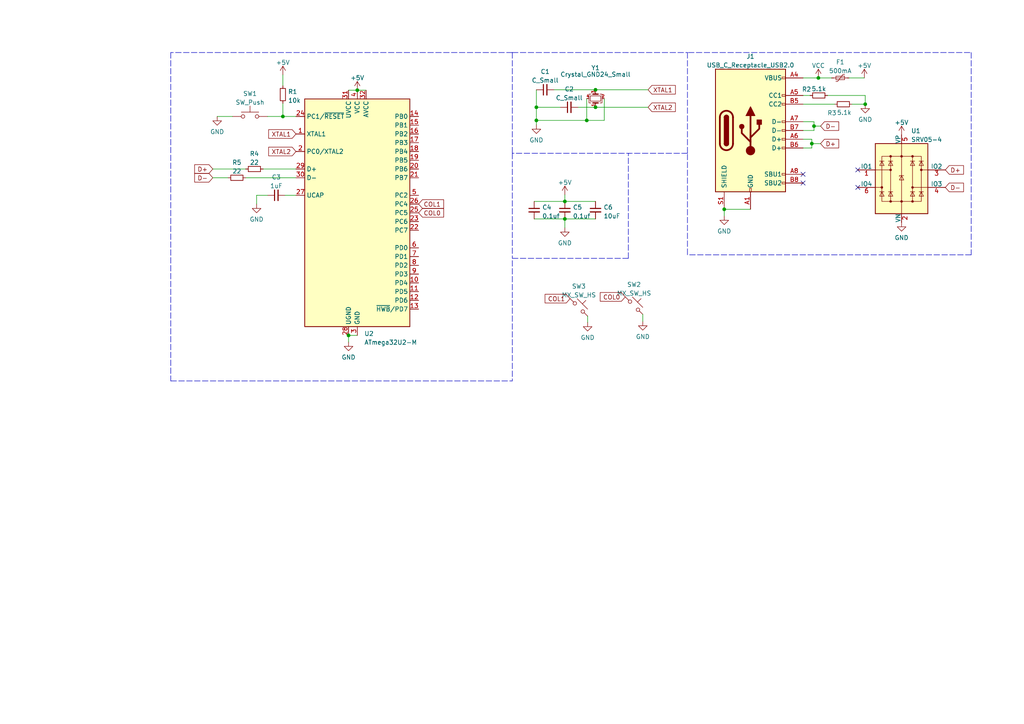
<source format=kicad_sch>
(kicad_sch (version 20211123) (generator eeschema)
  (paper "A4")
  (lib_symbols
    (symbol "Connector:USB_C_Receptacle_USB2.0" (pin_names (offset 1.016))
      (property "Reference" "J" (at -10.16 19.05 0))
      (property "Value" "USB_C_Receptacle_USB2.0" (at 19.05 19.05 0))
      (symbol "USB_C_Receptacle_USB2.0_0_0"
        (rectangle (start -0.254 -17.78) (end 0.254 -16.764))
        (rectangle (start 10.16 -14.986) (end 9.144 -15.494))
        (rectangle (start 10.16 -12.446) (end 9.144 -12.954))
        (rectangle (start 10.16 -4.826) (end 9.144 -5.334))
        (rectangle (start 10.16 -2.286) (end 9.144 -2.794))
        (rectangle (start 10.16 0.254) (end 9.144 -0.254))
        (rectangle (start 10.16 2.794) (end 9.144 2.286))
        (rectangle (start 10.16 7.874) (end 9.144 7.366))
        (rectangle (start 10.16 10.414) (end 9.144 9.906))
        (rectangle (start 10.16 15.494) (end 9.144 14.986))
      )
      (symbol "USB_C_Receptacle_USB2.0_0_1"
        (rectangle (start -10.16 17.78) (end 10.16 -17.78) (stroke (width 0.254)) (fill (type background)))
        (arc (start -8.89 -3.81) (mid -6.985 -5.715) (end -5.08 -3.81) (stroke (width 0.508)))
        (arc (start -7.62 -3.81) (mid -6.985 -4.445) (end -6.35 -3.81) (stroke (width 0.254)))
        (arc (start -7.62 -3.81) (mid -6.985 -4.445) (end -6.35 -3.81) (stroke (width 0.254)) (fill (type outline)))
        (rectangle (start -7.62 -3.81) (end -6.35 3.81) (stroke (width 0.254)) (fill (type outline)))
        (arc (start -6.35 3.81) (mid -6.985 4.445) (end -7.62 3.81) (stroke (width 0.254)))
        (arc (start -6.35 3.81) (mid -6.985 4.445) (end -7.62 3.81) (stroke (width 0.254)) (fill (type outline)))
        (arc (start -5.08 3.81) (mid -6.985 5.715) (end -8.89 3.81) (stroke (width 0.508)))
        (circle (center -2.54 1.143) (radius 0.635) (stroke (width 0.254)) (fill (type outline)))
        (circle (center 0 -5.842) (radius 1.27) (fill (type outline)))
        (polyline (pts (xy -8.89 -3.81) (xy -8.89 3.81)) (stroke (width 0.508)))
        (polyline (pts (xy -5.08 3.81) (xy -5.08 -3.81)) (stroke (width 0.508)))
        (polyline (pts (xy 0 -5.842) (xy 0 4.318)) (stroke (width 0.508)))
        (polyline (pts (xy 0 -3.302) (xy -2.54 -0.762) (xy -2.54 0.508)) (stroke (width 0.508)))
        (polyline (pts (xy 0 -2.032) (xy 2.54 0.508) (xy 2.54 1.778)) (stroke (width 0.508)))
        (polyline (pts (xy -1.27 4.318) (xy 0 6.858) (xy 1.27 4.318) (xy -1.27 4.318)) (stroke (width 0.254)) (fill (type outline)))
        (rectangle (start 1.905 1.778) (end 3.175 3.048) (stroke (width 0.254)) (fill (type outline)))
      )
      (symbol "USB_C_Receptacle_USB2.0_1_1"
        (pin passive line (at 0 -22.86 90) (length 5.08) (name "GND") (number "A1"))
        (pin passive line (at 0 -22.86 90) (length 5.08) hide (name "GND") (number "A12"))
        (pin passive line (at 15.24 15.24 180) (length 5.08) (name "VBUS") (number "A4"))
        (pin bidirectional line (at 15.24 10.16 180) (length 5.08) (name "CC1") (number "A5"))
        (pin bidirectional line (at 15.24 -2.54 180) (length 5.08) (name "D+") (number "A6"))
        (pin bidirectional line (at 15.24 2.54 180) (length 5.08) (name "D-") (number "A7"))
        (pin bidirectional line (at 15.24 -12.7 180) (length 5.08) (name "SBU1") (number "A8"))
        (pin passive line (at 15.24 15.24 180) (length 5.08) hide (name "VBUS") (number "A9"))
        (pin passive line (at 0 -22.86 90) (length 5.08) hide (name "GND") (number "B1"))
        (pin passive line (at 0 -22.86 90) (length 5.08) hide (name "GND") (number "B12"))
        (pin passive line (at 15.24 15.24 180) (length 5.08) hide (name "VBUS") (number "B4"))
        (pin bidirectional line (at 15.24 7.62 180) (length 5.08) (name "CC2") (number "B5"))
        (pin bidirectional line (at 15.24 -5.08 180) (length 5.08) (name "D+") (number "B6"))
        (pin bidirectional line (at 15.24 0 180) (length 5.08) (name "D-") (number "B7"))
        (pin bidirectional line (at 15.24 -15.24 180) (length 5.08) (name "SBU2") (number "B8"))
        (pin passive line (at 15.24 15.24 180) (length 5.08) hide (name "VBUS") (number "B9"))
        (pin passive line (at -7.62 -22.86 90) (length 5.08) (name "SHIELD") (number "S1"))
      )
    )
    (symbol "Device:C_Small" (pin_numbers hide) (pin_names (offset 0.254) hide)
      (property "Reference" "C" (at 0.254 1.778 0))
      (property "Value" "C_Small" (at 0.254 -2.032 0))
      (symbol "C_Small_0_1"
        (polyline (pts (xy -1.524 -0.508) (xy 1.524 -0.508)) (stroke (width 0.3302)))
        (polyline (pts (xy -1.524 0.508) (xy 1.524 0.508)) (stroke (width 0.3048)))
      )
      (symbol "C_Small_1_1"
        (pin passive line (at 0 2.54 270) (length 2.032) (name "~") (number "1"))
        (pin passive line (at 0 -2.54 90) (length 2.032) (name "~") (number "2"))
      )
    )
    (symbol "Device:Crystal_GND24_Small" (pin_names (offset 1.016) hide)
      (property "Reference" "Y" (at 1.27 4.445 0))
      (property "Value" "Crystal_GND24_Small" (at 1.27 2.54 0))
      (symbol "Crystal_GND24_Small_0_1"
        (rectangle (start -0.762 -1.524) (end 0.762 1.524))
        (polyline (pts (xy -1.27 -0.762) (xy -1.27 0.762)) (stroke (width 0.381)))
        (polyline (pts (xy 1.27 -0.762) (xy 1.27 0.762)) (stroke (width 0.381)))
        (polyline (pts (xy -1.27 -1.27) (xy -1.27 -1.905) (xy 1.27 -1.905) (xy 1.27 -1.27)))
        (polyline (pts (xy -1.27 1.27) (xy -1.27 1.905) (xy 1.27 1.905) (xy 1.27 1.27)))
      )
      (symbol "Crystal_GND24_Small_1_1"
        (pin passive line (at -2.54 0 0) (length 1.27) (name "1") (number "1"))
        (pin passive line (at 0 -2.54 90) (length 0.635) (name "2") (number "2"))
        (pin passive line (at 2.54 0 180) (length 1.27) (name "3") (number "3"))
        (pin passive line (at 0 2.54 270) (length 0.635) (name "4") (number "4"))
      )
    )
    (symbol "Device:Polyfuse_Small" (pin_numbers hide) (pin_names (offset 0))
      (property "Reference" "F" (at -1.905 0 90))
      (property "Value" "Polyfuse_Small" (at 1.905 0 90))
      (symbol "Polyfuse_Small_0_1"
        (rectangle (start -0.508 1.27) (end 0.508 -1.27))
        (polyline (pts (xy 0 2.54) (xy 0 -2.54)))
        (polyline (pts (xy -1.016 1.27) (xy -1.016 0.762) (xy 1.016 -0.762) (xy 1.016 -1.27)))
      )
      (symbol "Polyfuse_Small_1_1"
        (pin passive line (at 0 2.54 270) (length 0.635) (name "~") (number "1"))
        (pin passive line (at 0 -2.54 90) (length 0.635) (name "~") (number "2"))
      )
    )
    (symbol "Device:R_Small" (pin_numbers hide) (pin_names (offset 0.254) hide)
      (property "Reference" "R" (at 0.762 0.508 0))
      (property "Value" "R_Small" (at 0.762 -1.016 0))
      (symbol "R_Small_0_1"
        (rectangle (start -0.762 1.778) (end 0.762 -1.778) (stroke (width 0.2032)))
      )
      (symbol "R_Small_1_1"
        (pin passive line (at 0 2.54 270) (length 0.762) (name "~") (number "1"))
        (pin passive line (at 0 -2.54 90) (length 0.762) (name "~") (number "2"))
      )
    )
    (symbol "MCU_Microchip_ATmega:ATmega32U2-M"
      (property "Reference" "U" (at -15.24 34.29 0))
      (property "Value" "ATmega32U2-M" (at 2.54 -34.29 0))
      (symbol "ATmega32U2-M_0_1"
        (rectangle (start -15.24 -33.02) (end 15.24 33.02) (stroke (width 0.254)) (fill (type background)))
      )
      (symbol "ATmega32U2-M_1_1"
        (pin input line (at -17.78 22.86 0) (length 2.54) (name "XTAL1") (number "1"))
        (pin bidirectional line (at 17.78 -20.32 180) (length 2.54) (name "PD4") (number "10"))
        (pin bidirectional line (at 17.78 -22.86 180) (length 2.54) (name "PD5") (number "11"))
        (pin bidirectional line (at 17.78 -25.4 180) (length 2.54) (name "PD6") (number "12"))
        (pin bidirectional line (at 17.78 -27.94 180) (length 2.54) (name "~{HWB}/PD7") (number "13"))
        (pin bidirectional line (at 17.78 27.94 180) (length 2.54) (name "PB0") (number "14"))
        (pin bidirectional line (at 17.78 25.4 180) (length 2.54) (name "PB1") (number "15"))
        (pin bidirectional line (at 17.78 22.86 180) (length 2.54) (name "PB2") (number "16"))
        (pin bidirectional line (at 17.78 20.32 180) (length 2.54) (name "PB3") (number "17"))
        (pin bidirectional line (at 17.78 17.78 180) (length 2.54) (name "PB4") (number "18"))
        (pin bidirectional line (at 17.78 15.24 180) (length 2.54) (name "PB5") (number "19"))
        (pin bidirectional line (at -17.78 17.78 0) (length 2.54) (name "PC0/XTAL2") (number "2"))
        (pin bidirectional line (at 17.78 12.7 180) (length 2.54) (name "PB6") (number "20"))
        (pin bidirectional line (at 17.78 10.16 180) (length 2.54) (name "PB7") (number "21"))
        (pin bidirectional line (at 17.78 -5.08 180) (length 2.54) (name "PC7") (number "22"))
        (pin bidirectional line (at 17.78 -2.54 180) (length 2.54) (name "PC6") (number "23"))
        (pin bidirectional line (at -17.78 27.94 0) (length 2.54) (name "PC1/~{RESET}") (number "24"))
        (pin bidirectional line (at 17.78 0 180) (length 2.54) (name "PC5") (number "25"))
        (pin bidirectional line (at 17.78 2.54 180) (length 2.54) (name "PC4") (number "26"))
        (pin passive line (at -17.78 5.08 0) (length 2.54) (name "UCAP") (number "27"))
        (pin power_in line (at -2.54 -35.56 90) (length 2.54) (name "UGND") (number "28"))
        (pin bidirectional line (at -17.78 12.7 0) (length 2.54) (name "D+") (number "29"))
        (pin power_in line (at 0 -35.56 90) (length 2.54) (name "GND") (number "3"))
        (pin bidirectional line (at -17.78 10.16 0) (length 2.54) (name "D-") (number "30"))
        (pin power_in line (at -2.54 35.56 270) (length 2.54) (name "UVCC") (number "31"))
        (pin power_in line (at 2.54 35.56 270) (length 2.54) (name "AVCC") (number "32"))
        (pin passive line (at 0 -35.56 90) (length 2.54) hide (name "GND") (number "33"))
        (pin power_in line (at 0 35.56 270) (length 2.54) (name "VCC") (number "4"))
        (pin bidirectional line (at 17.78 5.08 180) (length 2.54) (name "PC2") (number "5"))
        (pin bidirectional line (at 17.78 -10.16 180) (length 2.54) (name "PD0") (number "6"))
        (pin bidirectional line (at 17.78 -12.7 180) (length 2.54) (name "PD1") (number "7"))
        (pin bidirectional line (at 17.78 -15.24 180) (length 2.54) (name "PD2") (number "8"))
        (pin bidirectional line (at 17.78 -17.78 180) (length 2.54) (name "PD3") (number "9"))
      )
    )
    (symbol "Switch:SW_Push" (pin_numbers hide) (pin_names (offset 1.016) hide)
      (property "Reference" "SW" (at 1.27 2.54 0))
      (property "Value" "SW_Push" (at 0 -1.524 0))
      (symbol "SW_Push_0_1"
        (circle (center -2.032 0) (radius 0.508))
        (polyline (pts (xy 0 1.27) (xy 0 3.048)))
        (polyline (pts (xy 2.54 1.27) (xy -2.54 1.27)))
        (circle (center 2.032 0) (radius 0.508))
        (pin passive line (at -5.08 0 0) (length 2.54) (name "1") (number "1"))
        (pin passive line (at 5.08 0 180) (length 2.54) (name "2") (number "2"))
      )
    )
    (symbol "marbastlib-mx:MX_SW_HS" (pin_numbers hide) (pin_names (offset 1.016) hide)
      (property "Reference" "SW" (at 3.048 1.016 0))
      (property "Value" "MX_SW_HS" (at 0 -3.81 0))
      (symbol "MX_SW_HS_0_1"
        (circle (center -1.1684 1.1684) (radius 0.508))
        (polyline (pts (xy -0.508 2.54) (xy 2.54 -0.508)))
        (polyline (pts (xy 1.016 1.016) (xy 2.032 2.032)))
        (polyline (pts (xy -2.54 2.54) (xy -1.524 1.524) (xy -1.524 1.524)))
        (polyline (pts (xy 1.524 -1.524) (xy 2.54 -2.54) (xy 2.54 -2.54) (xy 2.54 -2.54)))
        (circle (center 1.143 -1.1938) (radius 0.508))
        (pin passive line (at -2.54 2.54 0) (length 0) (name "1") (number "1"))
        (pin passive line (at 2.54 -2.54 180) (length 0) (name "2") (number "2"))
      )
    )
    (symbol "marbastlib-various:SRV05-4" (pin_names (offset 0))
      (property "Reference" "U" (at -5.08 11.43 0))
      (property "Value" "SRV05-4" (at 2.54 11.43 0))
      (symbol "SRV05-4_0_0"
        (rectangle (start -5.715 6.477) (end 5.715 -6.604))
        (polyline (pts (xy -3.175 -6.604) (xy -3.175 6.477)))
        (polyline (pts (xy 3.175 6.477) (xy 3.175 -6.604)))
      )
      (symbol "SRV05-4_0_1"
        (rectangle (start -7.62 10.16) (end 7.62 -10.16) (stroke (width 0.254)) (fill (type background)))
        (circle (center -5.715 -2.54) (radius 0.2794) (fill (type outline)))
        (circle (center -3.175 -6.604) (radius 0.2794) (fill (type outline)))
        (circle (center -3.175 2.54) (radius 0.2794) (fill (type outline)))
        (circle (center -3.175 6.477) (radius 0.2794) (fill (type outline)))
        (circle (center 0 -6.604) (radius 0.2794) (fill (type outline)))
        (polyline (pts (xy -7.747 2.54) (xy -3.175 2.54)))
        (polyline (pts (xy -7.62 -2.54) (xy -5.715 -2.54)))
        (polyline (pts (xy -5.08 -3.81) (xy -6.35 -3.81)))
        (polyline (pts (xy -5.08 5.08) (xy -6.35 5.08)))
        (polyline (pts (xy -2.54 -3.81) (xy -3.81 -3.81)))
        (polyline (pts (xy -2.54 5.08) (xy -3.81 5.08)))
        (polyline (pts (xy 0 10.16) (xy 0 -10.16)))
        (polyline (pts (xy 3.81 -3.81) (xy 2.54 -3.81)))
        (polyline (pts (xy 3.81 5.08) (xy 2.54 5.08)))
        (polyline (pts (xy 6.35 -3.81) (xy 5.08 -3.81)))
        (polyline (pts (xy 6.35 5.08) (xy 5.08 5.08)))
        (polyline (pts (xy 7.62 -2.54) (xy 3.175 -2.54)))
        (polyline (pts (xy 7.62 2.54) (xy 5.715 2.54)))
        (polyline (pts (xy 0.635 0.889) (xy -0.635 0.889) (xy -0.635 0.635)))
        (polyline (pts (xy -5.08 -5.08) (xy -6.35 -5.08) (xy -5.715 -3.81) (xy -5.08 -5.08)))
        (polyline (pts (xy -5.08 3.81) (xy -6.35 3.81) (xy -5.715 5.08) (xy -5.08 3.81)))
        (polyline (pts (xy -2.54 -5.08) (xy -3.81 -5.08) (xy -3.175 -3.81) (xy -2.54 -5.08)))
        (polyline (pts (xy -2.54 3.81) (xy -3.81 3.81) (xy -3.175 5.08) (xy -2.54 3.81)))
        (polyline (pts (xy 0.635 -0.381) (xy -0.635 -0.381) (xy 0 0.889) (xy 0.635 -0.381)))
        (polyline (pts (xy 3.81 -5.08) (xy 2.54 -5.08) (xy 3.175 -3.81) (xy 3.81 -5.08)))
        (polyline (pts (xy 3.81 3.81) (xy 2.54 3.81) (xy 3.175 5.08) (xy 3.81 3.81)))
        (polyline (pts (xy 6.35 -5.08) (xy 5.08 -5.08) (xy 5.715 -3.81) (xy 6.35 -5.08)))
        (polyline (pts (xy 6.35 3.81) (xy 5.08 3.81) (xy 5.715 5.08) (xy 6.35 3.81)))
        (circle (center 0 6.477) (radius 0.2794) (fill (type outline)))
        (circle (center 3.175 -6.604) (radius 0.2794) (fill (type outline)))
        (circle (center 3.175 -2.54) (radius 0.2794) (fill (type outline)))
        (circle (center 3.175 6.477) (radius 0.2794) (fill (type outline)))
        (circle (center 5.715 2.54) (radius 0.2794) (fill (type outline)))
      )
      (symbol "SRV05-4_1_1"
        (pin passive line (at -12.7 2.54 0) (length 5.08) (name "IO1") (number "1"))
        (pin passive line (at 0 -12.7 90) (length 2.54) (name "VN") (number "2"))
        (pin passive line (at 12.7 2.54 180) (length 5.08) (name "IO2") (number "3"))
        (pin passive line (at 12.7 -2.54 180) (length 5.08) (name "IO3") (number "4"))
        (pin passive line (at 0 12.7 270) (length 2.54) (name "VP") (number "5"))
        (pin passive line (at -12.7 -2.54 0) (length 5.08) (name "IO4") (number "6"))
      )
    )
    (symbol "power:+5V" (power) (pin_names (offset 0))
      (property "Value" "+5V" (at 0 3.556 0))
      (symbol "+5V_0_1"
        (polyline (pts (xy -0.762 1.27) (xy 0 2.54)))
        (polyline (pts (xy 0 0) (xy 0 2.54)))
        (polyline (pts (xy 0 2.54) (xy 0.762 1.27)))
      )
      (symbol "+5V_1_1"
        (pin power_in line (at 0 0 90) (length 0) hide (name "+5V") (number "1"))
      )
    )
    (symbol "power:GND" (power) (pin_names (offset 0))
      (property "Value" "GND" (at 0 -3.81 0))
      (symbol "GND_0_1"
        (polyline (pts (xy 0 0) (xy 0 -1.27) (xy 1.27 -1.27) (xy 0 -2.54) (xy -1.27 -1.27) (xy 0 -1.27)))
      )
      (symbol "GND_1_1"
        (pin power_in line (at 0 0 270) (length 0) hide (name "GND") (number "1"))
      )
    )
    (symbol "power:VCC" (power) (pin_names (offset 0))
      (property "Value" "VCC" (at 0 3.81 0))
      (symbol "VCC_0_1"
        (polyline (pts (xy -0.762 1.27) (xy 0 2.54)))
        (polyline (pts (xy 0 0) (xy 0 2.54)))
        (polyline (pts (xy 0 2.54) (xy 0.762 1.27)))
      )
      (symbol "VCC_1_1"
        (pin power_in line (at 0 0 90) (length 0) hide (name "VCC") (number "1"))
      )
    )
  )
  (junction (at 236.093 36.576))
  (junction (at 163.83 63.5))
  (junction (at 250.952 30.226))
  (junction (at 170.18 34.925))
  (junction (at 172.72 26.035))
  (junction (at 163.83 58.42))
  (junction (at 101.092 97.282))
  (junction (at 82.042 33.782))
  (junction (at 155.575 31.115))
  (junction (at 210.058 60.706))
  (junction (at 155.575 34.925))
  (junction (at 103.632 26.162))
  (junction (at 235.458 41.656))
  (junction (at 172.72 31.115))
  (junction (at 237.363 22.606))
  (no_connect (at 248.793 54.356))
  (no_connect (at 248.793 49.276))
  (no_connect (at 232.918 50.546))
  (no_connect (at 232.918 53.086))
  (wire (pts (xy 235.458 41.656) (xy 237.998 41.656)))
  (wire (pts (xy 163.83 63.5) (xy 163.83 66.04)))
  (polyline (pts (xy 281.686 15.24) (xy 281.686 73.914)))
  (wire (pts (xy 74.422 56.642) (xy 74.422 59.182)))
  (polyline (pts (xy 49.53 110.49) (xy 148.59 110.49)))
  (wire (pts (xy 77.597 56.642) (xy 74.422 56.642)))
  (wire (pts (xy 232.918 27.686) (xy 234.95 27.686)))
  (polyline (pts (xy 148.59 74.93) (xy 182.245 74.93)))
  (wire (pts (xy 163.83 58.42) (xy 172.72 58.42)))
  (wire (pts (xy 172.72 31.115) (xy 187.96 31.115)))
  (wire (pts (xy 240.03 27.686) (xy 250.952 27.686)))
  (wire (pts (xy 82.042 29.972) (xy 82.042 33.782)))
  (wire (pts (xy 235.458 40.386) (xy 235.458 41.656)))
  (wire (pts (xy 163.83 56.515) (xy 163.83 58.42)))
  (polyline (pts (xy 182.245 74.93) (xy 182.245 44.45)))
  (wire (pts (xy 235.458 41.656) (xy 235.458 42.926)))
  (polyline (pts (xy 148.59 15.24) (xy 49.53 15.24)))
  (wire (pts (xy 236.093 37.846) (xy 232.918 37.846)))
  (polyline (pts (xy 148.59 75.565) (xy 148.59 110.49)))
  (wire (pts (xy 101.092 97.282) (xy 101.092 99.187)))
  (wire (pts (xy 103.632 26.162) (xy 106.172 26.162)))
  (wire (pts (xy 76.327 49.022) (xy 85.852 49.022)))
  (wire (pts (xy 172.72 26.035) (xy 187.96 26.035)))
  (wire (pts (xy 160.655 26.035) (xy 172.72 26.035)))
  (wire (pts (xy 210.058 60.706) (xy 210.058 62.611)))
  (wire (pts (xy 154.94 63.5) (xy 163.83 63.5)))
  (polyline (pts (xy 281.686 73.914) (xy 199.39 73.914)))
  (wire (pts (xy 217.678 60.706) (xy 210.058 60.706)))
  (wire (pts (xy 236.093 36.576) (xy 237.998 36.576)))
  (wire (pts (xy 101.092 26.162) (xy 103.632 26.162)))
  (wire (pts (xy 232.918 22.606) (xy 237.363 22.606)))
  (wire (pts (xy 175.26 28.575) (xy 175.26 34.925)))
  (wire (pts (xy 232.918 40.386) (xy 235.458 40.386)))
  (wire (pts (xy 82.042 21.717) (xy 82.042 24.892)))
  (wire (pts (xy 62.992 33.782) (xy 67.437 33.782)))
  (wire (pts (xy 236.093 35.306) (xy 236.093 36.576)))
  (wire (pts (xy 82.677 56.642) (xy 85.852 56.642)))
  (polyline (pts (xy 148.59 15.24) (xy 148.59 44.45)))
  (wire (pts (xy 186.436 91.186) (xy 186.436 93.218)))
  (wire (pts (xy 250.952 27.686) (xy 250.952 30.226)))
  (wire (pts (xy 236.093 36.576) (xy 236.093 37.846)))
  (wire (pts (xy 77.597 33.782) (xy 82.042 33.782)))
  (wire (pts (xy 170.434 91.694) (xy 170.434 93.472)))
  (wire (pts (xy 71.247 49.022) (xy 61.722 49.022)))
  (wire (pts (xy 232.918 30.226) (xy 242.062 30.226)))
  (polyline (pts (xy 49.53 15.24) (xy 49.53 110.49)))
  (wire (pts (xy 247.142 30.226) (xy 250.952 30.226)))
  (polyline (pts (xy 148.59 44.45) (xy 148.59 74.93)))
  (wire (pts (xy 155.575 31.115) (xy 155.575 34.925)))
  (polyline (pts (xy 199.39 15.24) (xy 199.39 44.45)))
  (wire (pts (xy 155.575 34.925) (xy 155.575 36.195)))
  (wire (pts (xy 61.722 51.562) (xy 66.167 51.562)))
  (polyline (pts (xy 148.59 15.24) (xy 199.39 15.24)))
  (wire (pts (xy 82.042 33.782) (xy 85.852 33.782)))
  (polyline (pts (xy 199.39 44.704) (xy 199.39 73.914)))
  (wire (pts (xy 167.64 31.115) (xy 172.72 31.115)))
  (wire (pts (xy 154.94 58.42) (xy 163.83 58.42)))
  (wire (pts (xy 235.458 42.926) (xy 232.918 42.926)))
  (wire (pts (xy 170.18 34.925) (xy 155.575 34.925)))
  (wire (pts (xy 101.092 97.282) (xy 103.632 97.282)))
  (wire (pts (xy 170.18 28.575) (xy 170.18 34.925)))
  (polyline (pts (xy 199.39 44.45) (xy 148.59 44.45)))
  (wire (pts (xy 162.56 31.115) (xy 155.575 31.115)))
  (wire (pts (xy 232.918 35.306) (xy 236.093 35.306)))
  (wire (pts (xy 71.247 51.562) (xy 85.852 51.562)))
  (polyline (pts (xy 199.644 15.24) (xy 281.686 15.24)))
  (wire (pts (xy 237.363 22.606) (xy 241.173 22.606)))
  (wire (pts (xy 246.253 22.606) (xy 250.698 22.606)))
  (polyline (pts (xy 182.245 44.45) (xy 182.88 44.45)))
  (wire (pts (xy 175.26 34.925) (xy 170.18 34.925)))
  (wire (pts (xy 163.83 63.5) (xy 172.72 63.5)))
  (wire (pts (xy 155.575 31.115) (xy 155.575 26.035)))
  (global_label "XTAL2" (shape input) (at 85.852 43.942 180) (property "Intersheet References" "${INTERSHEET_REFS}" (effects hide)))
  (global_label "COL1" (shape input) (at 165.354 86.614 180) (property "Intersheet References" "${INTERSHEET_REFS}" (effects hide)))
  (global_label "COL0" (shape input) (at 181.356 86.106 180) (property "Intersheet References" "${INTERSHEET_REFS}" (effects hide)))
  (global_label "XTAL1" (shape input) (at 187.96 26.035 0) (property "Intersheet References" "${INTERSHEET_REFS}" (effects hide)))
  (global_label "D+" (shape input) (at 274.193 49.276 0) (property "Intersheet References" "${INTERSHEET_REFS}" (effects hide)))
  (global_label "COL1" (shape input) (at 121.412 59.182 0) (property "Intersheet References" "${INTERSHEET_REFS}" (effects hide)))
  (global_label "XTAL1" (shape input) (at 85.852 38.862 180) (property "Intersheet References" "${INTERSHEET_REFS}" (effects hide)))
  (global_label "D+" (shape input) (at 237.998 41.656 0) (property "Intersheet References" "${INTERSHEET_REFS}" (effects hide)))
  (global_label "D-" (shape input) (at 274.193 54.356 0) (property "Intersheet References" "${INTERSHEET_REFS}" (effects hide)))
  (global_label "D-" (shape input) (at 237.998 36.576 0) (property "Intersheet References" "${INTERSHEET_REFS}" (effects hide)))
  (global_label "XTAL2" (shape input) (at 187.96 31.115 0) (property "Intersheet References" "${INTERSHEET_REFS}" (effects hide)))
  (global_label "COL0" (shape input) (at 121.412 61.722 0) (property "Intersheet References" "${INTERSHEET_REFS}" (effects hide)))
  (global_label "D+" (shape input) (at 61.722 49.022 180) (property "Intersheet References" "${INTERSHEET_REFS}" (effects hide)))
  (global_label "D-" (shape input) (at 61.722 51.562 180) (property "Intersheet References" "${INTERSHEET_REFS}" (effects hide)))
  (symbol (lib_id "Device:C_Small") (at 158.115 26.035 90) (unit 1)
    (property "Reference" "C1" (at 158.1213 20.7731 90))
    (property "Value" "C_Small" (at 158.1213 23.31 90))
    (property "Footprint" "Capacitor_SMD:C_0402_1005Metric_Pad0.74x0.62mm_HandSolder" (effects hide))
  )
  (symbol (lib_id "Device:R_Small") (at 68.707 51.562 90) (unit 1)
    (property "Reference" "R5" (at 68.707 47.1256 90))
    (property "Value" "22" (at 68.707 49.6625 90))
    (property "Footprint" "Resistor_SMD:R_0402_1005Metric_Pad0.72x0.64mm_HandSolder" (effects hide))
  )
  (symbol (lib_id "power:GND") (at 62.992 33.782 0) (unit 1)
    (property "Reference" "#PWR06" (effects hide))
    (property "Value" "GND" (at 62.992 38.2254 0))
  )
  (symbol (lib_id "marbastlib-mx:MX_SW_HS") (at 167.894 89.154 0) (unit 1)
    (property "Reference" "SW3" (at 167.894 83.0412 0))
    (property "Value" "MX_SW_HS" (at 167.894 85.5781 0))
    (property "Footprint" "marbastlib-mx:SW_MX_HS_1u" (effects hide))
  )
  (symbol (lib_id "power:GND") (at 210.058 62.611 0) (unit 1)
    (property "Reference" "#PWR011" (effects hide))
    (property "Value" "GND" (at 210.058 67.0544 0))
  )
  (symbol (lib_id "power:VCC") (at 237.363 22.606 0) (unit 1)
    (property "Reference" "#PWR02" (effects hide))
    (property "Value" "VCC" (at 237.363 19.0302 0))
  )
  (symbol (lib_id "MCU_Microchip_ATmega:ATmega32U2-M") (at 103.632 61.722 0) (unit 1)
    (property "Reference" "U2" (at 105.6514 96.7724 0) (effects (justify left)))
    (property "Value" "ATmega32U2-M" (at 105.6514 99.3093 0) (effects (justify left)))
    (property "Footprint" "Package_DFN_QFN:QFN-32-1EP_5x5mm_P0.5mm_EP3.1x3.1mm" (effects hide))
    (property "Datasheet" "http://ww1.microchip.com/downloads/en/DeviceDoc/doc7799.pdf" (effects hide))
  )
  (symbol (lib_id "Connector:USB_C_Receptacle_USB2.0") (at 217.678 37.846 0) (unit 1)
    (property "Reference" "J1" (at 217.678 16.3662 0))
    (property "Value" "USB_C_Receptacle_USB2.0" (at 217.678 18.9031 0))
    (property "Footprint" "Connector_USB:USB_C_Receptacle_HRO_TYPE-C-31-M-12" (effects hide))
    (property "Datasheet" "https://www.usb.org/sites/default/files/documents/usb_type-c.zip" (effects hide))
  )
  (symbol (lib_id "Device:R_Small") (at 244.602 30.226 90) (unit 1)
    (property "Reference" "R3" (at 241.3 32.766 90))
    (property "Value" "5.1k" (at 244.856 32.6445 90))
    (property "Footprint" "Resistor_SMD:R_0402_1005Metric_Pad0.72x0.64mm_HandSolder" (effects hide))
  )
  (symbol (lib_id "Device:R_Small") (at 73.787 49.022 90) (unit 1)
    (property "Reference" "R4" (at 73.787 44.5856 90))
    (property "Value" "22" (at 73.787 47.1225 90))
    (property "Footprint" "Resistor_SMD:R_0402_1005Metric_Pad0.72x0.64mm_HandSolder" (effects hide))
  )
  (symbol (lib_id "marbastlib-mx:MX_SW_HS") (at 183.896 88.646 0) (unit 1)
    (property "Reference" "SW2" (at 183.896 82.5332 0))
    (property "Value" "MX_SW_HS" (at 183.896 85.0701 0))
    (property "Footprint" "marbastlib-mx:SW_MX_HS_1u" (effects hide))
  )
  (symbol (lib_id "power:+5V") (at 82.042 21.717 0) (unit 1)
    (property "Reference" "#PWR01" (effects hide))
    (property "Value" "+5V" (at 82.042 18.1412 0))
  )
  (symbol (lib_id "Device:Polyfuse_Small") (at 243.713 22.606 270) (unit 1)
    (property "Reference" "F1" (at 243.713 18.0172 90))
    (property "Value" "500mA" (at 243.713 20.5541 90))
    (property "Footprint" "Fuse:Fuse_0402_1005Metric" (effects hide))
  )
  (symbol (lib_id "power:GND") (at 186.436 93.218 0) (unit 1)
    (property "Reference" "#PWR014" (effects hide))
    (property "Value" "GND" (at 186.436 97.6614 0))
  )
  (symbol (lib_id "Device:C_Small") (at 154.94 60.96 0) (unit 1)
    (property "Reference" "C4" (at 157.2641 60.1316 0) (effects (justify left)))
    (property "Value" "0.1uf" (at 157.2641 62.6685 0) (effects (justify left)))
    (property "Footprint" "Capacitor_SMD:C_0402_1005Metric_Pad0.74x0.62mm_HandSolder" (effects hide))
  )
  (symbol (lib_id "Device:Crystal_GND24_Small") (at 172.72 28.575 90) (unit 1)
    (property "Reference" "Y1" (at 172.72 19.685 90))
    (property "Value" "Crystal_GND24_Small" (at 172.72 21.59 90))
    (property "Footprint" "Crystal:Crystal_SMD_3225-4Pin_3.2x2.5mm_HandSoldering" (effects hide))
  )
  (symbol (lib_id "Switch:SW_Push") (at 72.517 33.782 0) (unit 1)
    (property "Reference" "SW1" (at 72.517 27.1612 0))
    (property "Value" "SW_Push" (at 72.517 29.6981 0))
    (property "Footprint" "Button_Switch_SMD:SW_SPST_SKQG_WithStem" (effects hide))
  )
  (symbol (lib_id "power:GND") (at 155.575 36.195 0) (unit 1)
    (property "Reference" "#PWR07" (effects hide))
    (property "Value" "GND" (at 155.575 40.6384 0))
  )
  (symbol (lib_id "Device:R_Small") (at 82.042 27.432 0) (unit 1)
    (property "Reference" "R1" (at 83.5406 26.5973 0) (effects (justify left)))
    (property "Value" "10k" (at 83.5406 29.1342 0) (effects (justify left)))
    (property "Footprint" "Resistor_SMD:R_0402_1005Metric_Pad0.72x0.64mm_HandSolder" (effects hide))
  )
  (symbol (lib_id "power:GND") (at 101.092 99.187 0) (unit 1)
    (property "Reference" "#PWR016" (effects hide))
    (property "Value" "GND" (at 101.092 103.6304 0))
  )
  (symbol (lib_id "marbastlib-various:SRV05-4") (at 261.493 51.816 0) (unit 1)
    (property "Reference" "U1" (at 264.2617 37.9562 0) (effects (justify left)))
    (property "Value" "SRV05-4" (at 264.2617 40.4931 0) (effects (justify left)))
    (property "Footprint" "marbastlib-various:SOT-23-6-routable" (effects hide))
    (property "Datasheet" "http://www.onsemi.com/pub/Collateral/SRV05-4-D.PDF" (effects hide))
  )
  (symbol (lib_id "Device:C_Small") (at 163.83 60.96 0) (unit 1)
    (property "Reference" "C5" (at 166.1541 60.1316 0) (effects (justify left)))
    (property "Value" "0.1uf" (at 166.1541 62.6685 0) (effects (justify left)))
    (property "Footprint" "Capacitor_SMD:C_0402_1005Metric_Pad0.74x0.62mm_HandSolder" (effects hide))
  )
  (symbol (lib_id "power:+5V") (at 261.493 39.116 0) (unit 1)
    (property "Reference" "#PWR08" (effects hide))
    (property "Value" "+5V" (at 261.493 35.5402 0))
  )
  (symbol (lib_id "Device:R_Small") (at 237.49 27.686 90) (unit 1)
    (property "Reference" "R2" (at 233.934 25.908 90))
    (property "Value" "5.1k" (at 237.49 25.7865 90))
    (property "Footprint" "Resistor_SMD:R_0402_1005Metric_Pad0.72x0.64mm_HandSolder" (effects hide))
  )
  (symbol (lib_id "power:GND") (at 163.83 66.04 0) (unit 1)
    (property "Reference" "#PWR013" (effects hide))
    (property "Value" "GND" (at 163.83 70.4834 0))
  )
  (symbol (lib_id "power:GND") (at 74.422 59.182 0) (unit 1)
    (property "Reference" "#PWR010" (effects hide))
    (property "Value" "GND" (at 74.422 63.6254 0))
  )
  (symbol (lib_id "Device:C_Small") (at 80.137 56.642 90) (unit 1)
    (property "Reference" "C3" (at 80.1433 51.3801 90))
    (property "Value" "1uF" (at 80.1433 53.917 90))
    (property "Footprint" "Capacitor_SMD:C_0402_1005Metric_Pad0.74x0.62mm_HandSolder" (effects hide))
  )
  (symbol (lib_id "power:+5V") (at 250.698 22.606 0) (unit 1)
    (property "Reference" "#PWR03" (effects hide))
    (property "Value" "+5V" (at 250.698 19.0302 0))
  )
  (symbol (lib_id "Device:C_Small") (at 172.72 60.96 0) (unit 1)
    (property "Reference" "C6" (at 175.0441 60.1316 0) (effects (justify left)))
    (property "Value" "10uF" (at 175.0441 62.6685 0) (effects (justify left)))
    (property "Footprint" "Capacitor_SMD:C_0402_1005Metric_Pad0.74x0.62mm_HandSolder" (effects hide))
  )
  (symbol (lib_id "power:GND") (at 170.434 93.472 0) (unit 1)
    (property "Reference" "#PWR015" (effects hide))
    (property "Value" "GND" (at 170.434 97.9154 0))
  )
  (symbol (lib_id "power:GND") (at 250.952 30.226 0) (unit 1)
    (property "Reference" "#PWR05" (effects hide))
    (property "Value" "GND" (at 250.952 34.6694 0))
  )
  (symbol (lib_id "power:+5V") (at 163.83 56.515 0) (unit 1)
    (property "Reference" "#PWR09" (effects hide))
    (property "Value" "+5V" (at 163.83 52.9392 0))
  )
  (symbol (lib_id "power:+5V") (at 103.632 26.162 0) (unit 1)
    (property "Reference" "#PWR04" (effects hide))
    (property "Value" "+5V" (at 103.632 22.5862 0))
  )
  (symbol (lib_id "Device:C_Small") (at 165.1 31.115 90) (unit 1)
    (property "Reference" "C2" (at 165.1063 25.8531 90))
    (property "Value" "C_Small" (at 165.1063 28.39 90))
    (property "Footprint" "Capacitor_SMD:C_0402_1005Metric_Pad0.74x0.62mm_HandSolder" (effects hide))
  )
  (symbol (lib_id "power:GND") (at 261.493 64.516 0) (unit 1)
    (property "Reference" "#PWR012" (effects hide))
    (property "Value" "GND" (at 261.493 68.9594 0))
  )
)
</source>
